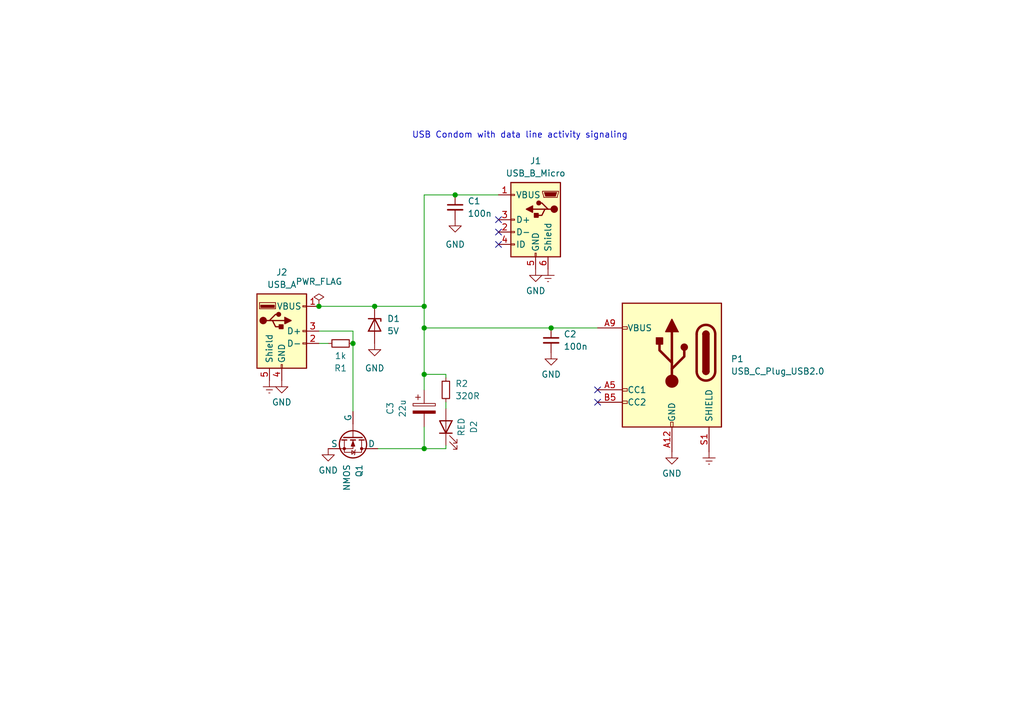
<source format=kicad_sch>
(kicad_sch (version 20230121) (generator eeschema)
  (paper "A5")
  (title_block (title "USB Condom") (date "2023-11-26") (rev "1.0e") (company "femsci") (comment 1 "A -> microB & C"))
  (lib_symbols
    (symbol "Connector:USB_A" (pin_names (offset 1.016))
      (property "Reference" "J" (at -5.08 11.43 0))
      (property "Value" "USB_A" (at -5.08 8.89 0))
      (symbol "USB_A_0_1"
        (rectangle (start -5.08 -7.62) (end 5.08 7.62) (stroke (width 0.254)) (fill (type background)))
        (circle (center -3.81 2.159) (radius 0.635) (stroke (width 0.254)) (fill (type outline)))
        (rectangle (start -1.524 4.826) (end -4.318 5.334) (fill (type outline)))
        (rectangle (start -1.27 4.572) (end -4.572 5.842))
        (circle (center -0.635 3.429) (radius 0.381) (stroke (width 0.254)) (fill (type outline)))
        (rectangle (start -0.127 -7.62) (end 0.127 -6.858))
        (polyline (pts (xy -3.175 2.159) (xy -2.54 2.159) (xy -1.27 3.429) (xy -0.635 3.429)) (stroke (width 0.254)))
        (polyline (pts (xy -2.54 2.159) (xy -1.905 2.159) (xy -1.27 0.889) (xy 0 0.889)) (stroke (width 0.254)))
        (polyline (pts (xy 0.635 2.794) (xy 0.635 1.524) (xy 1.905 2.159) (xy 0.635 2.794)) (stroke (width 0.254)) (fill (type outline)))
        (rectangle (start 0.254 1.27) (end -0.508 0.508) (stroke (width 0.254)) (fill (type outline)))
        (rectangle (start 5.08 -2.667) (end 4.318 -2.413))
        (rectangle (start 5.08 -0.127) (end 4.318 0.127))
        (rectangle (start 5.08 4.953) (end 4.318 5.207))
      )
      (symbol "USB_A_1_1"
        (polyline (pts (xy -1.905 2.159) (xy 0.635 2.159)) (stroke (width 0.254)))
        (pin power_in line (at 7.62 5.08 180) (length 2.54) (name "VBUS") (number "1"))
        (pin bidirectional line (at 7.62 -2.54 180) (length 2.54) (name "D-") (number "2"))
        (pin bidirectional line (at 7.62 0 180) (length 2.54) (name "D+") (number "3"))
        (pin power_in line (at 0 -10.16 90) (length 2.54) (name "GND") (number "4"))
        (pin passive line (at -2.54 -10.16 90) (length 2.54) (name "Shield") (number "5"))
      )
    )
    (symbol "Connector:USB_B_Micro" (pin_names (offset 1.016))
      (property "Reference" "J" (at -5.08 11.43 0))
      (property "Value" "USB_B_Micro" (at -5.08 8.89 0))
      (symbol "USB_B_Micro_0_1"
        (rectangle (start -5.08 -7.62) (end 5.08 7.62) (stroke (width 0.254)) (fill (type background)))
        (circle (center -3.81 2.159) (radius 0.635) (stroke (width 0.254)) (fill (type outline)))
        (circle (center -0.635 3.429) (radius 0.381) (stroke (width 0.254)) (fill (type outline)))
        (rectangle (start -0.127 -7.62) (end 0.127 -6.858))
        (polyline (pts (xy -1.905 2.159) (xy 0.635 2.159)) (stroke (width 0.254)))
        (polyline (pts (xy -3.175 2.159) (xy -2.54 2.159) (xy -1.27 3.429) (xy -0.635 3.429)) (stroke (width 0.254)))
        (polyline (pts (xy -2.54 2.159) (xy -1.905 2.159) (xy -1.27 0.889) (xy 0 0.889)) (stroke (width 0.254)))
        (polyline (pts (xy 0.635 2.794) (xy 0.635 1.524) (xy 1.905 2.159) (xy 0.635 2.794)) (stroke (width 0.254)) (fill (type outline)))
        (polyline (pts (xy -4.318 5.588) (xy -1.778 5.588) (xy -2.032 4.826) (xy -4.064 4.826) (xy -4.318 5.588)) (fill (type outline)))
        (polyline (pts (xy -4.699 5.842) (xy -4.699 5.588) (xy -4.445 4.826) (xy -4.445 4.572) (xy -1.651 4.572) (xy -1.651 4.826) (xy -1.397 5.588) (xy -1.397 5.842) (xy -4.699 5.842)))
        (rectangle (start 0.254 1.27) (end -0.508 0.508) (stroke (width 0.254)) (fill (type outline)))
        (rectangle (start 5.08 -5.207) (end 4.318 -4.953))
        (rectangle (start 5.08 -2.667) (end 4.318 -2.413))
        (rectangle (start 5.08 -0.127) (end 4.318 0.127))
        (rectangle (start 5.08 4.953) (end 4.318 5.207))
      )
      (symbol "USB_B_Micro_1_1"
        (pin power_out line (at 7.62 5.08 180) (length 2.54) (name "VBUS") (number "1"))
        (pin bidirectional line (at 7.62 -2.54 180) (length 2.54) (name "D-") (number "2"))
        (pin bidirectional line (at 7.62 0 180) (length 2.54) (name "D+") (number "3"))
        (pin passive line (at 7.62 -5.08 180) (length 2.54) (name "ID") (number "4"))
        (pin power_out line (at 0 -10.16 90) (length 2.54) (name "GND") (number "5"))
        (pin passive line (at -2.54 -10.16 90) (length 2.54) (name "Shield") (number "6"))
      )
    )
    (symbol "Connector:USB_C_Receptacle_PowerOnly_6P" (pin_names (offset 1.016))
      (property "Reference" "J" (at 0 16.51 0))
      (property "Value" "USB_C_Receptacle_PowerOnly_6P" (at 0 13.97 0))
      (symbol "USB_C_Receptacle_PowerOnly_6P_0_0"
        (rectangle (start -0.254 -12.7) (end 0.254 -11.684))
        (rectangle (start 10.16 -7.366) (end 9.144 -7.874))
        (rectangle (start 10.16 -4.826) (end 9.144 -5.334))
        (rectangle (start 10.16 7.874) (end 9.144 7.366))
      )
      (symbol "USB_C_Receptacle_PowerOnly_6P_0_1"
        (rectangle (start -10.16 12.7) (end 10.16 -12.7) (stroke (width 0.254)) (fill (type background)))
        (arc (start -8.89 -1.27) (mid -6.985 -3.1667) (end -5.08 -1.27) (stroke (width 0.508)))
        (arc (start -7.62 -1.27) (mid -6.985 -1.9023) (end -6.35 -1.27) (stroke (width 0.254)))
        (arc (start -7.62 -1.27) (mid -6.985 -1.9023) (end -6.35 -1.27) (stroke (width 0.254)) (fill (type outline)))
        (rectangle (start -7.62 -1.27) (end -6.35 6.35) (stroke (width 0.254)) (fill (type outline)))
        (arc (start -6.35 6.35) (mid -6.985 6.9823) (end -7.62 6.35) (stroke (width 0.254)))
        (arc (start -6.35 6.35) (mid -6.985 6.9823) (end -7.62 6.35) (stroke (width 0.254)) (fill (type outline)))
        (arc (start -5.08 6.35) (mid -6.985 8.2467) (end -8.89 6.35) (stroke (width 0.508)))
        (circle (center -2.54 3.683) (radius 0.635) (stroke (width 0.254)) (fill (type outline)))
        (circle (center 0 -3.302) (radius 1.27) (fill (type outline)))
        (polyline (pts (xy -8.89 -1.27) (xy -8.89 6.35)) (stroke (width 0.508)))
        (polyline (pts (xy -5.08 6.35) (xy -5.08 -1.27)) (stroke (width 0.508)))
        (polyline (pts (xy 0 -3.302) (xy 0 6.858)) (stroke (width 0.508)))
        (polyline (pts (xy 0 -0.762) (xy -2.54 1.778) (xy -2.54 3.048)) (stroke (width 0.508)))
        (polyline (pts (xy 0 0.508) (xy 2.54 3.048) (xy 2.54 4.318)) (stroke (width 0.508)))
        (polyline (pts (xy -1.27 6.858) (xy 0 9.398) (xy 1.27 6.858) (xy -1.27 6.858)) (stroke (width 0.254)) (fill (type outline)))
        (rectangle (start 1.905 4.318) (end 3.175 5.588) (stroke (width 0.254)) (fill (type outline)))
      )
      (symbol "USB_C_Receptacle_PowerOnly_6P_1_1"
        (pin passive line (at 0 -17.78 90) (length 5.08) (name "GND") (number "A12"))
        (pin bidirectional line (at 15.24 -5.08 180) (length 5.08) (name "CC1") (number "A5"))
        (pin passive line (at 15.24 7.62 180) (length 5.08) (name "VBUS") (number "A9"))
        (pin passive line (at 0 -17.78 90) (length 5.08) hide (name "GND") (number "B12"))
        (pin bidirectional line (at 15.24 -7.62 180) (length 5.08) (name "CC2") (number "B5"))
        (pin passive line (at 15.24 7.62 180) (length 5.08) hide (name "VBUS") (number "B9"))
        (pin passive line (at -7.62 -17.78 90) (length 5.08) (name "SHIELD") (number "S1"))
      )
    )
    (symbol "Device:C_Polarized" (pin_numbers hide) (pin_names (offset 0.254))
      (property "Reference" "C" (at 0.635 2.54 0))
      (property "Value" "C_Polarized" (at 0.635 -2.54 0))
      (symbol "C_Polarized_0_1"
        (rectangle (start -2.286 0.508) (end 2.286 1.016))
        (polyline (pts (xy -1.778 2.286) (xy -0.762 2.286)))
        (polyline (pts (xy -1.27 2.794) (xy -1.27 1.778)))
        (rectangle (start 2.286 -0.508) (end -2.286 -1.016) (fill (type outline)))
      )
      (symbol "C_Polarized_1_1"
        (pin passive line (at 0 3.81 270) (length 2.794) (name "~") (number "1"))
        (pin passive line (at 0 -3.81 90) (length 2.794) (name "~") (number "2"))
      )
    )
    (symbol "Device:C_Small" (pin_numbers hide) (pin_names (offset 0.254) hide)
      (property "Reference" "C" (at 0.254 1.778 0))
      (property "Value" "C_Small" (at 0.254 -2.032 0))
      (symbol "C_Small_0_1"
        (polyline (pts (xy -1.524 -0.508) (xy 1.524 -0.508)) (stroke (width 0.3302)))
        (polyline (pts (xy -1.524 0.508) (xy 1.524 0.508)) (stroke (width 0.3048)))
      )
      (symbol "C_Small_1_1"
        (pin passive line (at 0 2.54 270) (length 2.032) (name "~") (number "1"))
        (pin passive line (at 0 -2.54 90) (length 2.032) (name "~") (number "2"))
      )
    )
    (symbol "Device:D_Zener" (pin_numbers hide) (pin_names (offset 1.016) hide)
      (property "Reference" "D" (at 0 2.54 0))
      (property "Value" "D_Zener" (at 0 -2.54 0))
      (symbol "D_Zener_0_1"
        (polyline (pts (xy 1.27 0) (xy -1.27 0)))
        (polyline (pts (xy -1.27 -1.27) (xy -1.27 1.27) (xy -0.762 1.27)) (stroke (width 0.254)))
        (polyline (pts (xy 1.27 -1.27) (xy 1.27 1.27) (xy -1.27 0) (xy 1.27 -1.27)) (stroke (width 0.254)))
      )
      (symbol "D_Zener_1_1"
        (pin passive line (at -3.81 0 0) (length 2.54) (name "K") (number "1"))
        (pin passive line (at 3.81 0 180) (length 2.54) (name "A") (number "2"))
      )
    )
    (symbol "Device:LED" (pin_numbers hide) (pin_names (offset 1.016) hide)
      (property "Reference" "D" (at 0 2.54 0))
      (property "Value" "LED" (at 0 -2.54 0))
      (symbol "LED_0_1"
        (polyline (pts (xy -1.27 -1.27) (xy -1.27 1.27)) (stroke (width 0.254)))
        (polyline (pts (xy -1.27 0) (xy 1.27 0)))
        (polyline (pts (xy 1.27 -1.27) (xy 1.27 1.27) (xy -1.27 0) (xy 1.27 -1.27)) (stroke (width 0.254)))
        (polyline (pts (xy -3.048 -0.762) (xy -4.572 -2.286) (xy -3.81 -2.286) (xy -4.572 -2.286) (xy -4.572 -1.524)))
        (polyline (pts (xy -1.778 -0.762) (xy -3.302 -2.286) (xy -2.54 -2.286) (xy -3.302 -2.286) (xy -3.302 -1.524)))
      )
      (symbol "LED_1_1"
        (pin passive line (at -3.81 0 0) (length 2.54) (name "K") (number "1"))
        (pin passive line (at 3.81 0 180) (length 2.54) (name "A") (number "2"))
      )
    )
    (symbol "Device:R_Small" (pin_numbers hide) (pin_names (offset 0.254) hide)
      (property "Reference" "R" (at 0.762 0.508 0))
      (property "Value" "R_Small" (at 0.762 -1.016 0))
      (symbol "R_Small_0_1"
        (rectangle (start -0.762 1.778) (end 0.762 -1.778) (stroke (width 0.2032)))
      )
      (symbol "R_Small_1_1"
        (pin passive line (at 0 2.54 270) (length 0.762) (name "~") (number "1"))
        (pin passive line (at 0 -2.54 90) (length 0.762) (name "~") (number "2"))
      )
    )
    (symbol "Simulation_SPICE:NMOS" (pin_numbers hide) (pin_names (offset 0))
      (property "Reference" "Q" (at 5.08 1.27 0))
      (property "Value" "NMOS" (at 5.08 -1.27 0))
      (symbol "NMOS_0_1"
        (polyline (pts (xy 0.254 0) (xy -2.54 0)))
        (polyline (pts (xy 0.254 1.905) (xy 0.254 -1.905)) (stroke (width 0.254)))
        (polyline (pts (xy 0.762 -1.27) (xy 0.762 -2.286)) (stroke (width 0.254)))
        (polyline (pts (xy 0.762 0.508) (xy 0.762 -0.508)) (stroke (width 0.254)))
        (polyline (pts (xy 0.762 2.286) (xy 0.762 1.27)) (stroke (width 0.254)))
        (polyline (pts (xy 2.54 2.54) (xy 2.54 1.778)))
        (polyline (pts (xy 2.54 -2.54) (xy 2.54 0) (xy 0.762 0)))
        (polyline (pts (xy 0.762 -1.778) (xy 3.302 -1.778) (xy 3.302 1.778) (xy 0.762 1.778)))
        (polyline (pts (xy 1.016 0) (xy 2.032 0.381) (xy 2.032 -0.381) (xy 1.016 0)) (fill (type outline)))
        (polyline (pts (xy 2.794 0.508) (xy 2.921 0.381) (xy 3.683 0.381) (xy 3.81 0.254)))
        (polyline (pts (xy 3.302 0.381) (xy 2.921 -0.254) (xy 3.683 -0.254) (xy 3.302 0.381)))
        (circle (center 1.651 0) (radius 2.794) (stroke (width 0.254)))
        (circle (center 2.54 -1.778) (radius 0.254) (fill (type outline)))
        (circle (center 2.54 1.778) (radius 0.254) (fill (type outline)))
      )
      (symbol "NMOS_1_1"
        (pin passive line (at 2.54 5.08 270) (length 2.54) (name "D") (number "1"))
        (pin input line (at -5.08 0 0) (length 2.54) (name "G") (number "2"))
        (pin passive line (at 2.54 -5.08 90) (length 2.54) (name "S") (number "3"))
      )
    )
    (symbol "power:Earth" (power) (pin_names (offset 0))
      (symbol "Earth_0_1"
        (polyline (pts (xy -0.635 -1.905) (xy 0.635 -1.905)))
        (polyline (pts (xy -0.127 -2.54) (xy 0.127 -2.54)))
        (polyline (pts (xy 0 -1.27) (xy 0 0)))
        (polyline (pts (xy 1.27 -1.27) (xy -1.27 -1.27)))
      )
      (symbol "Earth_1_1"
        (pin power_in line (at 0 0 270) (length 0) hide (name "Earth") (number "1"))
      )
    )
    (symbol "power:GND" (power) (pin_names (offset 0))
      (property "Value" "GND" (at 0 -3.81 0))
      (symbol "GND_0_1"
        (polyline (pts (xy 0 0) (xy 0 -1.27) (xy 1.27 -1.27) (xy 0 -2.54) (xy -1.27 -1.27) (xy 0 -1.27)))
      )
      (symbol "GND_1_1"
        (pin power_in line (at 0 0 270) (length 0) hide (name "GND") (number "1"))
      )
    )
    (symbol "power:PWR_FLAG" (power) (pin_numbers hide) (pin_names (offset 0) hide)
      (property "Value" "PWR_FLAG" (at 0 3.81 0))
      (symbol "PWR_FLAG_0_0"
        (pin power_out line (at 0 0 90) (length 0) (name "pwr") (number "1"))
      )
      (symbol "PWR_FLAG_0_1"
        (polyline (pts (xy 0 0) (xy 0 1.27) (xy -1.016 1.905) (xy 0 2.54) (xy 1.016 1.905) (xy 0 1.27)))
      )
    )
  )
  (junction (at 86.995 62.865))
  (junction (at 93.345 40.005))
  (junction (at 65.405 62.865))
  (junction (at 72.39 70.485))
  (junction (at 86.995 67.31))
  (junction (at 113.03 67.31))
  (junction (at 86.995 76.835))
  (junction (at 76.835 62.865))
  (junction (at 86.995 92.075))
  (no_connect (at 102.235 50.165))
  (no_connect (at 122.555 80.01))
  (no_connect (at 102.235 45.085))
  (no_connect (at 122.555 82.55))
  (no_connect (at 102.235 47.625))
  (wire (pts (xy 65.405 70.485) (xy 67.31 70.485)))
  (wire (pts (xy 65.405 67.945) (xy 72.39 67.945)))
  (wire (pts (xy 91.44 82.55) (xy 91.44 83.82)))
  (wire (pts (xy 91.44 91.44) (xy 91.44 92.075)))
  (wire (pts (xy 65.405 62.865) (xy 76.835 62.865)))
  (wire (pts (xy 86.995 67.31) (xy 113.03 67.31)))
  (wire (pts (xy 86.995 92.075) (xy 77.47 92.075)))
  (wire (pts (xy 91.44 92.075) (xy 86.995 92.075)))
  (wire (pts (xy 86.995 67.31) (xy 86.995 76.835)))
  (wire (pts (xy 86.995 62.865) (xy 86.995 67.31)))
  (wire (pts (xy 76.835 62.865) (xy 86.995 62.865)))
  (wire (pts (xy 72.39 67.945) (xy 72.39 70.485)))
  (wire (pts (xy 113.03 67.31) (xy 122.555 67.31)))
  (wire (pts (xy 93.345 40.005) (xy 86.995 40.005)))
  (wire (pts (xy 91.44 76.835) (xy 86.995 76.835)))
  (wire (pts (xy 86.995 87.63) (xy 86.995 92.075)))
  (wire (pts (xy 86.995 76.835) (xy 86.995 80.01)))
  (wire (pts (xy 93.345 40.005) (xy 102.235 40.005)))
  (wire (pts (xy 72.39 70.485) (xy 72.39 84.455)))
  (wire (pts (xy 86.995 40.005) (xy 86.995 62.865)))
  (wire (pts (xy 91.44 76.835) (xy 91.44 77.47)))
  (text "USB Condom with data line activity signaling" (at 84.455 28.575 0) (effects (font (size 1.27 1.27)) (justify left bottom)))
  (symbol (lib_id "Device:LED") (at 91.44 87.63 90) (unit 1)
    (property "Reference" "D2" (at 97.155 87.63 0))
    (property "Value" "RED" (at 94.615 87.63 0))
    (property "Footprint" "LED_SMD:LED_0805_2012Metric" (effects hide))
  )
  (symbol (lib_id "Device:R_Small") (at 91.44 80.01 0) (unit 1)
    (property "Reference" "R2" (at 93.345 78.7399 0) (effects (justify left)))
    (property "Value" "320R" (at 93.345 81.2799 0) (effects (justify left)))
    (property "Footprint" "Resistor_SMD:R_0805_2012Metric" (effects hide))
  )
  (symbol (lib_id "Device:C_Polarized") (at 86.995 83.82 0) (unit 1)
    (property "Reference" "C3" (at 80.01 83.82 90))
    (property "Value" "22u" (at 82.55 83.82 90))
    (property "Footprint" "Capacitor_SMD:CP_Elec_4x5.4" (effects hide))
  )
  (symbol (lib_id "power:Earth") (at 112.395 55.245 0) (unit 1)
    (property "Reference" "#PWR010" (effects hide))
    (property "Value" "Earth" (effects hide))
  )
  (symbol (lib_id "Connector:USB_B_Micro") (at 109.855 45.085 0) (mirror y) (unit 1)
    (property "Reference" "J1" (at 109.855 33.02 0))
    (property "Value" "USB_B_Micro" (at 109.855 35.56 0))
    (property "Footprint" "Connector_USB:USB_Micro-B_Molex_47346-0001" (effects hide))
  )
  (symbol (lib_id "power:GND") (at 113.03 72.39 0) (unit 1)
    (property "Reference" "#PWR04" (effects hide))
    (property "Value" "GND" (at 113.03 76.835 0))
  )
  (symbol (lib_id "power:Earth") (at 55.245 78.105 0) (unit 1)
    (property "Reference" "#PWR08" (effects hide))
    (property "Value" "Earth" (effects hide))
  )
  (symbol (lib_id "power:GND") (at 67.31 92.075 0) (unit 1)
    (property "Reference" "#PWR06" (effects hide))
    (property "Value" "GND" (at 67.31 96.52 0))
  )
  (symbol (lib_id "Connector:USB_A") (at 57.785 67.945 0) (unit 1)
    (property "Reference" "J2" (at 57.785 55.88 0))
    (property "Value" "USB_A" (at 57.785 58.42 0))
    (property "Footprint" "Connector_USB:USB_A_TE_292303-7_Horizontal" (effects hide))
    (property "Datasheet" " ~" (effects hide))
  )
  (symbol (lib_id "Connector:USB_C_Receptacle_PowerOnly_6P") (at 137.795 74.93 0) (mirror y) (unit 1)
    (property "Reference" "P1" (at 149.86 73.6599 0) (effects (justify right)))
    (property "Value" "USB_C_Plug_USB2.0" (at 149.86 76.1999 0) (effects (justify right)))
    (property "Footprint" "Connector_USB:USB_C_Receptacle_GCT_USB4135-GF-A_6P_TopMnt_Horizontal" (effects hide))
    (property "Datasheet" "https://www.usb.org/sites/default/files/documents/usb_type-c.zip" (effects hide))
  )
  (symbol (lib_id "power:GND") (at 137.795 92.71 0) (unit 1)
    (property "Reference" "#PWR07" (effects hide))
    (property "Value" "GND" (at 137.795 97.155 0))
  )
  (symbol (lib_id "Simulation_SPICE:NMOS") (at 72.39 89.535 270) (unit 1)
    (property "Reference" "Q1" (at 73.6601 95.25 0) (effects (justify left)))
    (property "Value" "NMOS" (at 71.1201 95.25 0) (effects (justify left)))
    (property "Footprint" "Package_TO_SOT_SMD:SOT-23" (effects hide))
    (property "Datasheet" "https://ngspice.sourceforge.io/docs/ngspice-manual.pdf" (effects hide))
    (property "Sim.Device" "NMOS" (effects hide))
    (property "Sim.Type" "VDMOS" (effects hide))
    (property "Sim.Pins" "1=D 2=G 3=S" (effects hide))
  )
  (symbol (lib_id "power:GND") (at 109.855 55.245 0) (unit 1)
    (property "Reference" "#PWR02" (effects hide))
    (property "Value" "GND" (at 109.855 59.69 0))
  )
  (symbol (lib_id "Device:C_Small") (at 93.345 42.545 0) (unit 1)
    (property "Reference" "C1" (at 95.885 41.2812 0) (effects (justify left)))
    (property "Value" "100n" (at 95.885 43.8212 0) (effects (justify left)))
    (property "Footprint" "Capacitor_SMD:C_0603_1608Metric" (effects hide))
  )
  (symbol (lib_id "power:Earth") (at 145.415 92.71 0) (unit 1)
    (property "Reference" "#PWR09" (effects hide))
    (property "Value" "Earth" (effects hide))
  )
  (symbol (lib_id "power:PWR_FLAG") (at 65.405 62.865 0) (unit 1)
    (property "Reference" "#FLG01" (effects hide))
    (property "Value" "PWR_FLAG" (at 65.405 57.785 0))
  )
  (symbol (lib_id "Device:D_Zener") (at 76.835 66.675 270) (unit 1)
    (property "Reference" "D1" (at 79.375 65.4049 90) (effects (justify left)))
    (property "Value" "5V" (at 79.375 67.9449 90) (effects (justify left)))
    (property "Footprint" "Diode_SMD:D_0805_2012Metric" (effects hide))
  )
  (symbol (lib_id "power:GND") (at 93.345 45.085 0) (unit 1)
    (property "Reference" "#PWR01" (effects hide))
    (property "Value" "GND" (at 93.345 50.165 0))
  )
  (symbol (lib_id "Device:R_Small") (at 69.85 70.485 90) (mirror x) (unit 1)
    (property "Reference" "R1" (at 69.85 75.565 90))
    (property "Value" "1k" (at 69.85 73.025 90))
    (property "Footprint" "Resistor_SMD:R_0603_1608Metric" (effects hide))
  )
  (symbol (lib_id "power:GND") (at 76.835 70.485 0) (unit 1)
    (property "Reference" "#PWR03" (effects hide))
    (property "Value" "GND" (at 76.835 75.565 0))
  )
  (symbol (lib_id "power:GND") (at 57.785 78.105 0) (unit 1)
    (property "Reference" "#PWR05" (effects hide))
    (property "Value" "GND" (at 57.785 82.55 0))
  )
  (symbol (lib_id "Device:C_Small") (at 113.03 69.85 0) (unit 1)
    (property "Reference" "C2" (at 115.57 68.58 0) (effects (justify left)))
    (property "Value" "100n" (at 115.57 71.12 0) (effects (justify left)))
    (property "Footprint" "Capacitor_SMD:C_0603_1608Metric" (effects hide))
  )
)
</source>
